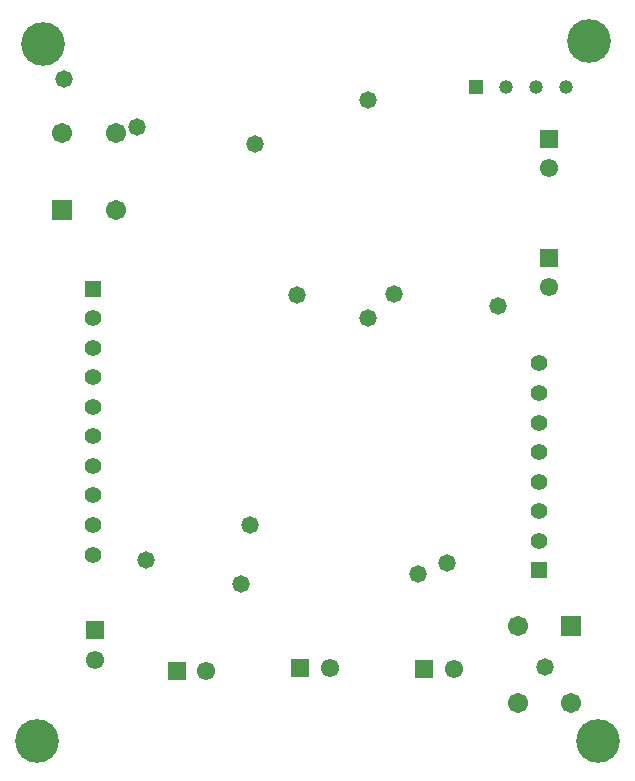
<source format=gbr>
G04*
G04 #@! TF.GenerationSoftware,Altium Limited,Altium Designer,24.2.2 (26)*
G04*
G04 Layer_Color=16711935*
%FSLAX43Y43*%
%MOMM*%
G71*
G04*
G04 #@! TF.SameCoordinates,78AD72C9-59E1-4A50-B3D3-B96FA2B5B495*
G04*
G04*
G04 #@! TF.FilePolarity,Negative*
G04*
G01*
G75*
%ADD37C,1.550*%
%ADD38R,1.550X1.550*%
%ADD39C,1.400*%
%ADD40R,1.400X1.400*%
%ADD41R,1.703X1.703*%
%ADD42C,1.703*%
%ADD43R,1.550X1.550*%
%ADD44R,1.188X1.188*%
%ADD45C,1.188*%
%ADD46C,3.703*%
%ADD47C,1.473*%
D37*
X7175Y9075D02*
D03*
X45600Y50700D02*
D03*
X45625Y40625D02*
D03*
X27025Y8425D02*
D03*
X37525Y8275D02*
D03*
X16575Y8175D02*
D03*
D38*
X7175Y11575D02*
D03*
X45600Y53200D02*
D03*
X45625Y43125D02*
D03*
D39*
X7000Y18000D02*
D03*
Y20500D02*
D03*
Y23000D02*
D03*
Y25500D02*
D03*
Y28000D02*
D03*
Y30500D02*
D03*
Y33000D02*
D03*
Y35500D02*
D03*
Y38000D02*
D03*
X44775Y34175D02*
D03*
Y31675D02*
D03*
Y29175D02*
D03*
Y26675D02*
D03*
Y24175D02*
D03*
Y21675D02*
D03*
Y19175D02*
D03*
D40*
X7000Y40500D02*
D03*
X44775Y16675D02*
D03*
D41*
X47500Y11950D02*
D03*
X4400Y47150D02*
D03*
D42*
X43000Y11950D02*
D03*
Y5450D02*
D03*
X47500D02*
D03*
X8900Y47150D02*
D03*
Y53650D02*
D03*
X4400D02*
D03*
D43*
X24525Y8425D02*
D03*
X35025Y8275D02*
D03*
X14075Y8175D02*
D03*
D44*
X39410Y57575D02*
D03*
D45*
X41950D02*
D03*
X44490D02*
D03*
X47030D02*
D03*
D46*
X2750Y61250D02*
D03*
X49000Y61500D02*
D03*
X2250Y2250D02*
D03*
X49750D02*
D03*
D47*
X45250Y8450D02*
D03*
X20250Y20500D02*
D03*
X19500Y15500D02*
D03*
X11500Y17500D02*
D03*
X24250Y40000D02*
D03*
X20750Y52750D02*
D03*
X30250Y38000D02*
D03*
X34500Y16325D02*
D03*
X32500Y40039D02*
D03*
X41250Y39000D02*
D03*
X37000Y17250D02*
D03*
X30250Y56500D02*
D03*
X4500Y58250D02*
D03*
X10750Y54211D02*
D03*
M02*

</source>
